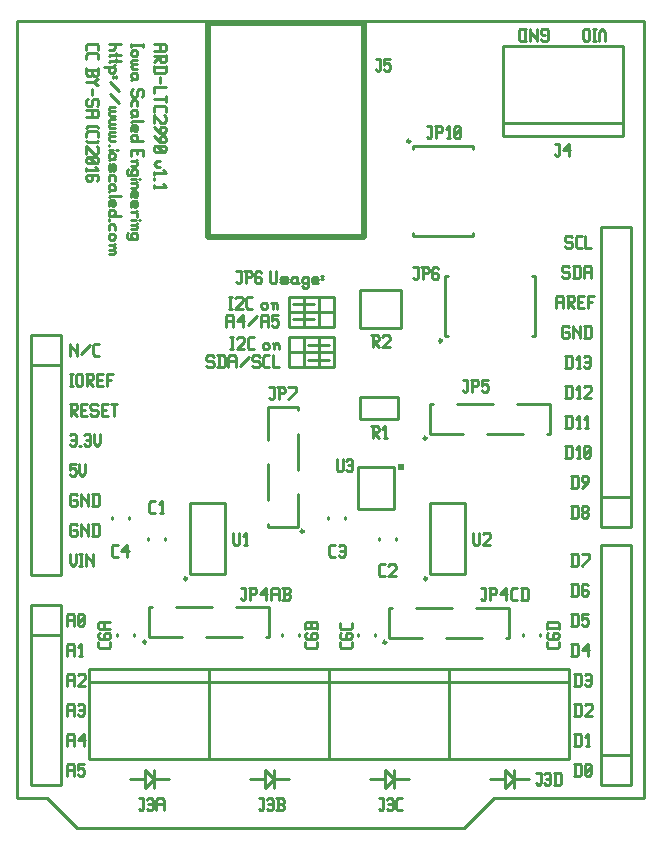
<source format=gbr>
G04 start of page 8 for group -4079 idx -4079 *
G04 Title: (unknown), topsilk *
G04 Creator: pcb 20140316 *
G04 CreationDate: Wed 30 Mar 2016 07:58:56 PM GMT UTC *
G04 For: ndholmes *
G04 Format: Gerber/RS-274X *
G04 PCB-Dimensions (mil): 2100.00 2700.00 *
G04 PCB-Coordinate-Origin: lower left *
%MOIN*%
%FSLAX25Y25*%
%LNTOPSILK*%
%ADD68C,0.0200*%
%ADD67C,0.0100*%
%ADD66C,0.0001*%
G54D66*G36*
X127500Y122000D02*X129500D01*
Y120000D01*
X127500D01*
Y122000D01*
G37*
G54D67*X500Y269500D02*X209500D01*
Y10500D02*X159500D01*
X149500Y500D01*
X20500D02*X10500Y10500D01*
X500D02*X10500D01*
X149500Y500D02*X20500D01*
X209500Y269500D02*Y10500D01*
X123000Y14000D02*X126000Y17000D01*
Y20000D02*Y14000D01*
X118000Y17000D02*X123000D01*
Y20000D02*X126000Y17000D01*
X131000D01*
X123000Y20000D02*Y14000D01*
X83000D02*X86000Y17000D01*
Y20000D02*Y14000D01*
X78000Y17000D02*X83000D01*
Y20000D02*Y14000D01*
Y20000D02*X86000Y17000D01*
X91000D01*
Y164100D02*X106000D01*
X92500Y175100D02*X99500D01*
X92500Y170100D02*X99500D01*
X106000Y164100D02*Y154100D01*
X101000Y164100D02*Y154100D01*
X96000Y164100D02*Y154100D01*
X91000Y164100D02*Y154100D01*
X97500Y161600D02*X104500D01*
X97500Y156600D02*X104500D01*
X43000Y14000D02*X46000Y17000D01*
X43000Y20000D02*X46000Y17000D01*
Y20000D02*Y14000D01*
X38000Y17000D02*X43000D01*
X46000D02*X51000D01*
X43000Y20000D02*Y14000D01*
X163000D02*X166000Y17000D01*
Y20000D02*Y14000D01*
X158000Y17000D02*X163000D01*
Y20000D02*Y14000D01*
Y20000D02*X166000Y17000D01*
X500Y10500D02*Y269500D01*
X166000Y17000D02*X171000D01*
X91000Y167600D02*X106000D01*
Y177600D02*Y167600D01*
X101000Y177600D02*Y167600D01*
X96000Y177600D02*Y167600D01*
X91000Y177600D02*Y167600D01*
X106000Y172600D02*X91000D01*
Y177600D02*X106000D01*
X91000Y154100D02*X106000D01*
Y159100D02*X91000D01*
X17000Y71500D02*Y68000D01*
Y71500D02*X17500Y72000D01*
X19000D01*
X19500Y71500D01*
Y68000D01*
X17000Y70000D02*X19500D01*
X20700Y68500D02*X21200Y68000D01*
X20700Y71500D02*Y68500D01*
Y71500D02*X21200Y72000D01*
X22200D01*
X22700Y71500D01*
Y68500D01*
X22200Y68000D02*X22700Y68500D01*
X21200Y68000D02*X22200D01*
X20700Y69000D02*X22700Y71000D01*
X185500Y72000D02*Y68000D01*
X187000Y72000D02*X187500Y71500D01*
Y68500D01*
X187000Y68000D02*X187500Y68500D01*
X185000Y68000D02*X187000D01*
X185000Y72000D02*X187000D01*
X188700D02*X190700D01*
X188700D02*Y70000D01*
X189200Y70500D01*
X190200D01*
X190700Y70000D01*
Y68500D01*
X190200Y68000D02*X190700Y68500D01*
X189200Y68000D02*X190200D01*
X188700Y68500D02*X189200Y68000D01*
X185500Y82000D02*Y78000D01*
X187000Y82000D02*X187500Y81500D01*
Y78500D01*
X187000Y78000D02*X187500Y78500D01*
X185000Y78000D02*X187000D01*
X185000Y82000D02*X187000D01*
X190200D02*X190700Y81500D01*
X189200Y82000D02*X190200D01*
X188700Y81500D02*X189200Y82000D01*
X188700Y81500D02*Y78500D01*
X189200Y78000D01*
X190200Y80000D02*X190700Y79500D01*
X188700Y80000D02*X190200D01*
X189200Y78000D02*X190200D01*
X190700Y78500D01*
Y79500D02*Y78500D01*
X185500Y92000D02*Y88000D01*
X187000Y92000D02*X187500Y91500D01*
Y88500D01*
X187000Y88000D02*X187500Y88500D01*
X185000Y88000D02*X187000D01*
X185000Y92000D02*X187000D01*
X188700Y88000D02*X191200Y90500D01*
Y92000D02*Y90500D01*
X188700Y92000D02*X191200D01*
X17000Y61500D02*Y58000D01*
Y61500D02*X17500Y62000D01*
X19000D01*
X19500Y61500D01*
Y58000D01*
X17000Y60000D02*X19500D01*
X21200Y58000D02*X22200D01*
X21700Y62000D02*Y58000D01*
X20700Y61000D02*X21700Y62000D01*
X185500D02*Y58000D01*
X187000Y62000D02*X187500Y61500D01*
Y58500D01*
X187000Y58000D02*X187500Y58500D01*
X185000Y58000D02*X187000D01*
X185000Y62000D02*X187000D01*
X188700Y60000D02*X190700Y62000D01*
X188700Y60000D02*X191200D01*
X190700Y62000D02*Y58000D01*
X186500Y52000D02*Y48000D01*
X188000Y52000D02*X188500Y51500D01*
Y48500D01*
X188000Y48000D02*X188500Y48500D01*
X186000Y48000D02*X188000D01*
X186000Y52000D02*X188000D01*
X189700Y51500D02*X190200Y52000D01*
X191200D01*
X191700Y51500D01*
Y48500D01*
X191200Y48000D02*X191700Y48500D01*
X190200Y48000D02*X191200D01*
X189700Y48500D02*X190200Y48000D01*
Y50000D02*X191700D01*
X20000Y112000D02*X20500Y111500D01*
X18500Y112000D02*X20000D01*
X18000Y111500D02*X18500Y112000D01*
X18000Y111500D02*Y108500D01*
X18500Y108000D01*
X20000D01*
X20500Y108500D01*
Y109500D02*Y108500D01*
X20000Y110000D02*X20500Y109500D01*
X19000Y110000D02*X20000D01*
X21700Y112000D02*Y108000D01*
Y112000D02*Y111500D01*
X24200Y109000D01*
Y112000D02*Y108000D01*
X25900Y112000D02*Y108000D01*
X27400Y112000D02*X27900Y111500D01*
Y108500D01*
X27400Y108000D02*X27900Y108500D01*
X25400Y108000D02*X27400D01*
X25400Y112000D02*X27400D01*
X20000Y102000D02*X20500Y101500D01*
X18500Y102000D02*X20000D01*
X18000Y101500D02*X18500Y102000D01*
X18000Y101500D02*Y98500D01*
X18500Y98000D01*
X20000D01*
X20500Y98500D01*
Y99500D02*Y98500D01*
X20000Y100000D02*X20500Y99500D01*
X19000Y100000D02*X20000D01*
X21700Y102000D02*Y98000D01*
Y102000D02*Y101500D01*
X24200Y99000D01*
Y102000D02*Y98000D01*
X25900Y102000D02*Y98000D01*
X27400Y102000D02*X27900Y101500D01*
Y98500D01*
X27400Y98000D02*X27900Y98500D01*
X25400Y98000D02*X27400D01*
X25400Y102000D02*X27400D01*
X18000Y92000D02*Y89000D01*
X19000Y88000D01*
X20000Y89000D01*
Y92000D02*Y89000D01*
X21200Y92000D02*X22200D01*
X21700D02*Y88000D01*
X21200D02*X22200D01*
X23400Y92000D02*Y88000D01*
Y92000D02*Y91500D01*
X25900Y89000D01*
Y92000D02*Y88000D01*
X18000Y162000D02*Y158000D01*
Y162000D02*Y161500D01*
X20500Y159000D01*
Y162000D02*Y158000D01*
X21700Y158500D02*X24700Y161500D01*
X26400Y158000D02*X27900D01*
X25900Y158500D02*X26400Y158000D01*
X25900Y161500D02*Y158500D01*
Y161500D02*X26400Y162000D01*
X27900D01*
X18000Y142000D02*X20000D01*
X20500Y141500D01*
Y140500D01*
X20000Y140000D02*X20500Y140500D01*
X18500Y140000D02*X20000D01*
X18500Y142000D02*Y138000D01*
Y140000D02*X20500Y138000D01*
X21700Y140000D02*X23200D01*
X21700Y138000D02*X23700D01*
X21700Y142000D02*Y138000D01*
Y142000D02*X23700D01*
X26900D02*X27400Y141500D01*
X25400Y142000D02*X26900D01*
X24900Y141500D02*X25400Y142000D01*
X24900Y141500D02*Y140500D01*
X25400Y140000D01*
X26900D01*
X27400Y139500D01*
Y138500D01*
X26900Y138000D02*X27400Y138500D01*
X25400Y138000D02*X26900D01*
X24900Y138500D02*X25400Y138000D01*
X28600Y140000D02*X30100D01*
X28600Y138000D02*X30600D01*
X28600Y142000D02*Y138000D01*
Y142000D02*X30600D01*
X31800D02*X33800D01*
X32800D02*Y138000D01*
X18000Y152000D02*X19000D01*
X18500D02*Y148000D01*
X18000D02*X19000D01*
X20200Y151500D02*Y148500D01*
Y151500D02*X20700Y152000D01*
X21700D01*
X22200Y151500D01*
Y148500D01*
X21700Y148000D02*X22200Y148500D01*
X20700Y148000D02*X21700D01*
X20200Y148500D02*X20700Y148000D01*
X23400Y152000D02*X25400D01*
X25900Y151500D01*
Y150500D01*
X25400Y150000D02*X25900Y150500D01*
X23900Y150000D02*X25400D01*
X23900Y152000D02*Y148000D01*
Y150000D02*X25900Y148000D01*
X27100Y150000D02*X28600D01*
X27100Y148000D02*X29100D01*
X27100Y152000D02*Y148000D01*
Y152000D02*X29100D01*
X30300D02*Y148000D01*
Y152000D02*X32300D01*
X30300Y150000D02*X31800D01*
X18000Y131500D02*X18500Y132000D01*
X19500D01*
X20000Y131500D01*
Y128500D01*
X19500Y128000D02*X20000Y128500D01*
X18500Y128000D02*X19500D01*
X18000Y128500D02*X18500Y128000D01*
Y130000D02*X20000D01*
X21200Y128000D02*X21700D01*
X22900Y131500D02*X23400Y132000D01*
X24400D01*
X24900Y131500D01*
Y128500D01*
X24400Y128000D02*X24900Y128500D01*
X23400Y128000D02*X24400D01*
X22900Y128500D02*X23400Y128000D01*
Y130000D02*X24900D01*
X26100Y132000D02*Y129000D01*
X27100Y128000D01*
X28100Y129000D01*
Y132000D02*Y129000D01*
X18000Y122000D02*X20000D01*
X18000D02*Y120000D01*
X18500Y120500D01*
X19500D01*
X20000Y120000D01*
Y118500D01*
X19500Y118000D02*X20000Y118500D01*
X18500Y118000D02*X19500D01*
X18000Y118500D02*X18500Y118000D01*
X21200Y122000D02*Y119000D01*
X22200Y118000D01*
X23200Y119000D01*
Y122000D02*Y119000D01*
X17000Y51500D02*Y48000D01*
Y51500D02*X17500Y52000D01*
X19000D01*
X19500Y51500D01*
Y48000D01*
X17000Y50000D02*X19500D01*
X20700Y51500D02*X21200Y52000D01*
X22700D01*
X23200Y51500D01*
Y50500D01*
X20700Y48000D02*X23200Y50500D01*
X20700Y48000D02*X23200D01*
X17000Y41500D02*Y38000D01*
Y41500D02*X17500Y42000D01*
X19000D01*
X19500Y41500D01*
Y38000D01*
X17000Y40000D02*X19500D01*
X20700Y41500D02*X21200Y42000D01*
X22200D01*
X22700Y41500D01*
Y38500D01*
X22200Y38000D02*X22700Y38500D01*
X21200Y38000D02*X22200D01*
X20700Y38500D02*X21200Y38000D01*
Y40000D02*X22700D01*
X17000Y31500D02*Y28000D01*
Y31500D02*X17500Y32000D01*
X19000D01*
X19500Y31500D01*
Y28000D01*
X17000Y30000D02*X19500D01*
X20700D02*X22700Y32000D01*
X20700Y30000D02*X23200D01*
X22700Y32000D02*Y28000D01*
X17000Y21500D02*Y18000D01*
Y21500D02*X17500Y22000D01*
X19000D01*
X19500Y21500D01*
Y18000D01*
X17000Y20000D02*X19500D01*
X20700Y22000D02*X22700D01*
X20700D02*Y20000D01*
X21200Y20500D01*
X22200D01*
X22700Y20000D01*
Y18500D01*
X22200Y18000D02*X22700Y18500D01*
X21200Y18000D02*X22200D01*
X20700Y18500D02*X21200Y18000D01*
X185500Y118000D02*Y114000D01*
X187000Y118000D02*X187500Y117500D01*
Y114500D01*
X187000Y114000D02*X187500Y114500D01*
X185000Y114000D02*X187000D01*
X185000Y118000D02*X187000D01*
X188700Y114000D02*X190700Y116000D01*
Y117500D02*Y116000D01*
X190200Y118000D02*X190700Y117500D01*
X189200Y118000D02*X190200D01*
X188700Y117500D02*X189200Y118000D01*
X188700Y117500D02*Y116500D01*
X189200Y116000D01*
X190700D01*
X183500Y128000D02*Y124000D01*
X185000Y128000D02*X185500Y127500D01*
Y124500D01*
X185000Y124000D02*X185500Y124500D01*
X183000Y124000D02*X185000D01*
X183000Y128000D02*X185000D01*
X187200Y124000D02*X188200D01*
X187700Y128000D02*Y124000D01*
X186700Y127000D02*X187700Y128000D01*
X189400Y124500D02*X189900Y124000D01*
X189400Y127500D02*Y124500D01*
Y127500D02*X189900Y128000D01*
X190900D01*
X191400Y127500D01*
Y124500D01*
X190900Y124000D02*X191400Y124500D01*
X189900Y124000D02*X190900D01*
X189400Y125000D02*X191400Y127000D01*
X183500Y138000D02*Y134000D01*
X185000Y138000D02*X185500Y137500D01*
Y134500D01*
X185000Y134000D02*X185500Y134500D01*
X183000Y134000D02*X185000D01*
X183000Y138000D02*X185000D01*
X187200Y134000D02*X188200D01*
X187700Y138000D02*Y134000D01*
X186700Y137000D02*X187700Y138000D01*
X189900Y134000D02*X190900D01*
X190400Y138000D02*Y134000D01*
X189400Y137000D02*X190400Y138000D01*
X183500Y148000D02*Y144000D01*
X185000Y148000D02*X185500Y147500D01*
Y144500D01*
X185000Y144000D02*X185500Y144500D01*
X183000Y144000D02*X185000D01*
X183000Y148000D02*X185000D01*
X187200Y144000D02*X188200D01*
X187700Y148000D02*Y144000D01*
X186700Y147000D02*X187700Y148000D01*
X189400Y147500D02*X189900Y148000D01*
X191400D01*
X191900Y147500D01*
Y146500D01*
X189400Y144000D02*X191900Y146500D01*
X189400Y144000D02*X191900D01*
X183500Y158000D02*Y154000D01*
X185000Y158000D02*X185500Y157500D01*
Y154500D01*
X185000Y154000D02*X185500Y154500D01*
X183000Y154000D02*X185000D01*
X183000Y158000D02*X185000D01*
X187200Y154000D02*X188200D01*
X187700Y158000D02*Y154000D01*
X186700Y157000D02*X187700Y158000D01*
X189400Y157500D02*X189900Y158000D01*
X190900D01*
X191400Y157500D01*
Y154500D01*
X190900Y154000D02*X191400Y154500D01*
X189900Y154000D02*X190900D01*
X189400Y154500D02*X189900Y154000D01*
Y156000D02*X191400D01*
X185500Y108000D02*Y104000D01*
X187000Y108000D02*X187500Y107500D01*
Y104500D01*
X187000Y104000D02*X187500Y104500D01*
X185000Y104000D02*X187000D01*
X185000Y108000D02*X187000D01*
X188700Y104500D02*X189200Y104000D01*
X188700Y105500D02*Y104500D01*
Y105500D02*X189200Y106000D01*
X190200D01*
X190700Y105500D01*
Y104500D01*
X190200Y104000D02*X190700Y104500D01*
X189200Y104000D02*X190200D01*
X188700Y106500D02*X189200Y106000D01*
X188700Y107500D02*Y106500D01*
Y107500D02*X189200Y108000D01*
X190200D01*
X190700Y107500D01*
Y106500D01*
X190200Y106000D02*X190700Y106500D01*
X184000Y168000D02*X184500Y167500D01*
X182500Y168000D02*X184000D01*
X182000Y167500D02*X182500Y168000D01*
X182000Y167500D02*Y164500D01*
X182500Y164000D01*
X184000D01*
X184500Y164500D01*
Y165500D02*Y164500D01*
X184000Y166000D02*X184500Y165500D01*
X183000Y166000D02*X184000D01*
X185700Y168000D02*Y164000D01*
Y168000D02*Y167500D01*
X188200Y165000D01*
Y168000D02*Y164000D01*
X189900Y168000D02*Y164000D01*
X191400Y168000D02*X191900Y167500D01*
Y164500D01*
X191400Y164000D02*X191900Y164500D01*
X189400Y164000D02*X191400D01*
X189400Y168000D02*X191400D01*
X180000Y177500D02*Y174000D01*
Y177500D02*X180500Y178000D01*
X182000D01*
X182500Y177500D01*
Y174000D01*
X180000Y176000D02*X182500D01*
X183700Y178000D02*X185700D01*
X186200Y177500D01*
Y176500D01*
X185700Y176000D02*X186200Y176500D01*
X184200Y176000D02*X185700D01*
X184200Y178000D02*Y174000D01*
Y176000D02*X186200Y174000D01*
X187400Y176000D02*X188900D01*
X187400Y174000D02*X189400D01*
X187400Y178000D02*Y174000D01*
Y178000D02*X189400D01*
X190600D02*Y174000D01*
Y178000D02*X192600D01*
X190600Y176000D02*X192100D01*
X185000Y198000D02*X185500Y197500D01*
X183500Y198000D02*X185000D01*
X183000Y197500D02*X183500Y198000D01*
X183000Y197500D02*Y196500D01*
X183500Y196000D01*
X185000D01*
X185500Y195500D01*
Y194500D01*
X185000Y194000D02*X185500Y194500D01*
X183500Y194000D02*X185000D01*
X183000Y194500D02*X183500Y194000D01*
X187200D02*X188700D01*
X186700Y194500D02*X187200Y194000D01*
X186700Y197500D02*Y194500D01*
Y197500D02*X187200Y198000D01*
X188700D01*
X189900D02*Y194000D01*
X191900D01*
X175500Y263000D02*X175000Y263500D01*
X175500Y263000D02*X177000D01*
X177500Y263500D02*X177000Y263000D01*
X177500Y266500D02*Y263500D01*
Y266500D02*X177000Y267000D01*
X175500D02*X177000D01*
X175500D02*X175000Y266500D01*
Y265500D01*
X175500Y265000D02*X175000Y265500D01*
X175500Y265000D02*X176500D01*
X173800Y267000D02*Y263000D01*
Y263500D02*Y263000D01*
Y263500D02*X171300Y266000D01*
Y267000D02*Y263000D01*
X169600Y267000D02*Y263000D01*
X168100D02*X167600Y263500D01*
Y266500D02*Y263500D01*
X168100Y267000D02*X167600Y266500D01*
X168100Y267000D02*X170100D01*
X168100Y263000D02*X170100D01*
X196500Y266000D02*Y263000D01*
Y266000D02*X195500Y267000D01*
X194500Y266000D01*
Y263000D01*
X192300D02*X193300D01*
X192800Y267000D02*Y263000D01*
X192300Y267000D02*X193300D01*
X191100Y266500D02*Y263500D01*
X190600Y263000D01*
X189600D02*X190600D01*
X189600D02*X189100Y263500D01*
Y266500D02*Y263500D01*
X189600Y267000D02*X189100Y266500D01*
X189600Y267000D02*X190600D01*
X191100Y266500D02*X190600Y267000D01*
X184000Y188000D02*X184500Y187500D01*
X182500Y188000D02*X184000D01*
X182000Y187500D02*X182500Y188000D01*
X182000Y187500D02*Y186500D01*
X182500Y186000D01*
X184000D01*
X184500Y185500D01*
Y184500D01*
X184000Y184000D02*X184500Y184500D01*
X182500Y184000D02*X184000D01*
X182000Y184500D02*X182500Y184000D01*
X186200Y188000D02*Y184000D01*
X187700Y188000D02*X188200Y187500D01*
Y184500D01*
X187700Y184000D02*X188200Y184500D01*
X185700Y184000D02*X187700D01*
X185700Y188000D02*X187700D01*
X189400Y187500D02*Y184000D01*
Y187500D02*X189900Y188000D01*
X191400D01*
X191900Y187500D01*
Y184000D01*
X189400Y186000D02*X191900D01*
X186500Y42000D02*Y38000D01*
X188000Y42000D02*X188500Y41500D01*
Y38500D01*
X188000Y38000D02*X188500Y38500D01*
X186000Y38000D02*X188000D01*
X186000Y42000D02*X188000D01*
X189700Y41500D02*X190200Y42000D01*
X191700D01*
X192200Y41500D01*
Y40500D01*
X189700Y38000D02*X192200Y40500D01*
X189700Y38000D02*X192200D01*
X186500Y22000D02*Y18000D01*
X188000Y22000D02*X188500Y21500D01*
Y18500D01*
X188000Y18000D02*X188500Y18500D01*
X186000Y18000D02*X188000D01*
X186000Y22000D02*X188000D01*
X189700Y18500D02*X190200Y18000D01*
X189700Y21500D02*Y18500D01*
Y21500D02*X190200Y22000D01*
X191200D01*
X191700Y21500D01*
Y18500D01*
X191200Y18000D02*X191700Y18500D01*
X190200Y18000D02*X191200D01*
X189700Y19000D02*X191700Y21000D01*
X186500Y32000D02*Y28000D01*
X188000Y32000D02*X188500Y31500D01*
Y28500D01*
X188000Y28000D02*X188500Y28500D01*
X186000Y28000D02*X188000D01*
X186000Y32000D02*X188000D01*
X190200Y28000D02*X191200D01*
X190700Y32000D02*Y28000D01*
X189700Y31000D02*X190700Y32000D01*
X71000Y177600D02*X72000D01*
X71500D02*Y173600D01*
X71000D02*X72000D01*
X73200Y177100D02*X73700Y177600D01*
X75200D01*
X75700Y177100D01*
Y176100D01*
X73200Y173600D02*X75700Y176100D01*
X73200Y173600D02*X75700D01*
X77400D02*X78900D01*
X76900Y174100D02*X77400Y173600D01*
X76900Y177100D02*Y174100D01*
Y177100D02*X77400Y177600D01*
X78900D01*
X81900Y175100D02*Y174100D01*
Y175100D02*X82400Y175600D01*
X83400D01*
X83900Y175100D01*
Y174100D01*
X83400Y173600D02*X83900Y174100D01*
X82400Y173600D02*X83400D01*
X81900Y174100D02*X82400Y173600D01*
X85600Y175100D02*Y173600D01*
Y175100D02*X86100Y175600D01*
X86600D01*
X87100Y175100D01*
Y173600D01*
X85100Y175600D02*X85600Y175100D01*
X70000Y171100D02*Y167600D01*
Y171100D02*X70500Y171600D01*
X72000D01*
X72500Y171100D01*
Y167600D01*
X70000Y169600D02*X72500D01*
X73700D02*X75700Y171600D01*
X73700Y169600D02*X76200D01*
X75700Y171600D02*Y167600D01*
X77400Y168100D02*X80400Y171100D01*
X81600D02*Y167600D01*
Y171100D02*X82100Y171600D01*
X83600D01*
X84100Y171100D01*
Y167600D01*
X81600Y169600D02*X84100D01*
X85300Y171600D02*X87300D01*
X85300D02*Y169600D01*
X85800Y170100D01*
X86800D01*
X87300Y169600D01*
Y168100D01*
X86800Y167600D02*X87300Y168100D01*
X85800Y167600D02*X86800D01*
X85300Y168100D02*X85800Y167600D01*
X71500Y164100D02*X72500D01*
X72000D02*Y160100D01*
X71500D02*X72500D01*
X73700Y163600D02*X74200Y164100D01*
X75700D01*
X76200Y163600D01*
Y162600D01*
X73700Y160100D02*X76200Y162600D01*
X73700Y160100D02*X76200D01*
X77900D02*X79400D01*
X77400Y160600D02*X77900Y160100D01*
X77400Y163600D02*Y160600D01*
Y163600D02*X77900Y164100D01*
X79400D01*
X82400Y161600D02*Y160600D01*
Y161600D02*X82900Y162100D01*
X83900D01*
X84400Y161600D01*
Y160600D01*
X83900Y160100D02*X84400Y160600D01*
X82900Y160100D02*X83900D01*
X82400Y160600D02*X82900Y160100D01*
X86100Y161600D02*Y160100D01*
Y161600D02*X86600Y162100D01*
X87100D01*
X87600Y161600D01*
Y160100D01*
X85600Y162100D02*X86100Y161600D01*
X65500Y158100D02*X66000Y157600D01*
X64000Y158100D02*X65500D01*
X63500Y157600D02*X64000Y158100D01*
X63500Y157600D02*Y156600D01*
X64000Y156100D01*
X65500D01*
X66000Y155600D01*
Y154600D01*
X65500Y154100D02*X66000Y154600D01*
X64000Y154100D02*X65500D01*
X63500Y154600D02*X64000Y154100D01*
X67700Y158100D02*Y154100D01*
X69200Y158100D02*X69700Y157600D01*
Y154600D01*
X69200Y154100D02*X69700Y154600D01*
X67200Y154100D02*X69200D01*
X67200Y158100D02*X69200D01*
X70900Y157600D02*Y154100D01*
Y157600D02*X71400Y158100D01*
X72900D01*
X73400Y157600D01*
Y154100D01*
X70900Y156100D02*X73400D01*
X74600Y154600D02*X77600Y157600D01*
X80800Y158100D02*X81300Y157600D01*
X79300Y158100D02*X80800D01*
X78800Y157600D02*X79300Y158100D01*
X78800Y157600D02*Y156600D01*
X79300Y156100D01*
X80800D01*
X81300Y155600D01*
Y154600D01*
X80800Y154100D02*X81300Y154600D01*
X79300Y154100D02*X80800D01*
X78800Y154600D02*X79300Y154100D01*
X83000D02*X84500D01*
X82500Y154600D02*X83000Y154100D01*
X82500Y157600D02*Y154600D01*
Y157600D02*X83000Y158100D01*
X84500D01*
X85700D02*Y154100D01*
X87700D01*
X73500Y186100D02*X75000D01*
Y182600D01*
X74500Y182100D02*X75000Y182600D01*
X74000Y182100D02*X74500D01*
X73500Y182600D02*X74000Y182100D01*
X76700Y186100D02*Y182100D01*
X76200Y186100D02*X78200D01*
X78700Y185600D01*
Y184600D01*
X78200Y184100D02*X78700Y184600D01*
X76700Y184100D02*X78200D01*
X81400Y186100D02*X81900Y185600D01*
X80400Y186100D02*X81400D01*
X79900Y185600D02*X80400Y186100D01*
X79900Y185600D02*Y182600D01*
X80400Y182100D01*
X81400Y184100D02*X81900Y183600D01*
X79900Y184100D02*X81400D01*
X80400Y182100D02*X81400D01*
X81900Y182600D01*
Y183600D02*Y182600D01*
X84900Y186100D02*Y182600D01*
X85400Y182100D01*
X86400D01*
X86900Y182600D01*
Y186100D02*Y182600D01*
X88600Y182100D02*X90100D01*
X90600Y182600D01*
X90100Y183100D02*X90600Y182600D01*
X88600Y183100D02*X90100D01*
X88100Y183600D02*X88600Y183100D01*
X88100Y183600D02*X88600Y184100D01*
X90100D01*
X90600Y183600D01*
X88100Y182600D02*X88600Y182100D01*
X93300Y184100D02*X93800Y183600D01*
X92300Y184100D02*X93300D01*
X91800Y183600D02*X92300Y184100D01*
X91800Y183600D02*Y182600D01*
X92300Y182100D01*
X93800Y184100D02*Y182600D01*
X94300Y182100D01*
X92300D02*X93300D01*
X93800Y182600D01*
X97000Y184100D02*X97500Y183600D01*
X96000Y184100D02*X97000D01*
X95500Y183600D02*X96000Y184100D01*
X95500Y183600D02*Y182600D01*
X96000Y182100D01*
X97000D01*
X97500Y182600D01*
X95500Y181100D02*X96000Y180600D01*
X97000D01*
X97500Y181100D01*
Y184100D02*Y181100D01*
X99200Y182100D02*X100700D01*
X98700Y182600D02*X99200Y182100D01*
X98700Y183600D02*Y182600D01*
Y183600D02*X99200Y184100D01*
X100200D01*
X100700Y183600D01*
X98700Y183100D02*X100700D01*
Y183600D02*Y183100D01*
X101900Y184600D02*X102400D01*
X101900Y183600D02*X102400D01*
X46000Y262000D02*X49500D01*
X50000Y261500D01*
Y260000D01*
X49500Y259500D01*
X46000D02*X49500D01*
X48000Y262000D02*Y259500D01*
X50000Y258300D02*Y256300D01*
X49500Y255800D01*
X48500D02*X49500D01*
X48000Y256300D02*X48500Y255800D01*
X48000Y257800D02*Y256300D01*
X46000Y257800D02*X50000D01*
X48000D02*X46000Y255800D01*
Y254100D02*X50000D01*
Y252600D02*X49500Y252100D01*
X46500D02*X49500D01*
X46000Y252600D02*X46500Y252100D01*
X46000Y254600D02*Y252600D01*
X50000Y254600D02*Y252600D01*
X48000Y250900D02*Y248900D01*
X46000Y247700D02*X50000D01*
X46000D02*Y245700D01*
X50000Y244500D02*Y242500D01*
X46000Y243500D02*X50000D01*
X46000Y240800D02*Y239300D01*
X46500Y241300D02*X46000Y240800D01*
X46500Y241300D02*X49500D01*
X50000Y240800D01*
Y239300D01*
X49500Y238100D02*X50000Y237600D01*
Y236100D01*
X49500Y235600D01*
X48500D02*X49500D01*
X46000Y238100D02*X48500Y235600D01*
X46000Y238100D02*Y235600D01*
Y234400D02*X48000Y232400D01*
X49500D01*
X50000Y232900D02*X49500Y232400D01*
X50000Y233900D02*Y232900D01*
X49500Y234400D02*X50000Y233900D01*
X48500Y234400D02*X49500D01*
X48500D02*X48000Y233900D01*
Y232400D01*
X46000Y231200D02*X48000Y229200D01*
X49500D01*
X50000Y229700D02*X49500Y229200D01*
X50000Y230700D02*Y229700D01*
X49500Y231200D02*X50000Y230700D01*
X48500Y231200D02*X49500D01*
X48500D02*X48000Y230700D01*
Y229200D01*
X46500Y228000D02*X46000Y227500D01*
X46500Y228000D02*X49500D01*
X50000Y227500D01*
Y226500D01*
X49500Y226000D01*
X46500D02*X49500D01*
X46000Y226500D02*X46500Y226000D01*
X46000Y227500D02*Y226500D01*
X47000Y228000D02*X49000Y226000D01*
X47000Y223000D02*X48000D01*
X47000D02*X46000Y222000D01*
X47000Y221000D01*
X48000D01*
X46000Y219300D02*Y218300D01*
Y218800D02*X50000D01*
X49000Y219800D02*X50000Y218800D01*
X46000Y217100D02*Y216600D01*
Y214900D02*Y213900D01*
Y214400D02*X50000D01*
X49000Y215400D02*X50000Y214400D01*
X42500Y262000D02*Y261000D01*
X38500Y261500D02*X42500D01*
X38500Y262000D02*Y261000D01*
X39000Y259800D02*X40000D01*
X40500Y259300D01*
Y258300D01*
X40000Y257800D01*
X39000D02*X40000D01*
X38500Y258300D02*X39000Y257800D01*
X38500Y259300D02*Y258300D01*
X39000Y259800D02*X38500Y259300D01*
X39000Y256600D02*X40500D01*
X39000D02*X38500Y256100D01*
Y255600D01*
X39000Y255100D01*
X40500D01*
X39000D02*X38500Y254600D01*
Y254100D01*
X39000Y253600D01*
X40500D01*
Y250900D02*X40000Y250400D01*
X40500Y251900D02*Y250900D01*
X40000Y252400D02*X40500Y251900D01*
X39000Y252400D02*X40000D01*
X39000D02*X38500Y251900D01*
X39000Y250400D02*X40500D01*
X39000D02*X38500Y249900D01*
Y251900D02*Y250900D01*
X39000Y250400D01*
X42500Y244900D02*X42000Y244400D01*
X42500Y246400D02*Y244900D01*
X42000Y246900D02*X42500Y246400D01*
X41000Y246900D02*X42000D01*
X41000D02*X40500Y246400D01*
Y244900D01*
X40000Y244400D01*
X39000D02*X40000D01*
X38500Y244900D02*X39000Y244400D01*
X38500Y246400D02*Y244900D01*
X39000Y246900D02*X38500Y246400D01*
X40500Y242700D02*Y241200D01*
X40000Y243200D02*X40500Y242700D01*
X39000Y243200D02*X40000D01*
X39000D02*X38500Y242700D01*
Y241200D01*
X40500Y238500D02*X40000Y238000D01*
X40500Y239500D02*Y238500D01*
X40000Y240000D02*X40500Y239500D01*
X39000Y240000D02*X40000D01*
X39000D02*X38500Y239500D01*
X39000Y238000D02*X40500D01*
X39000D02*X38500Y237500D01*
Y239500D02*Y238500D01*
X39000Y238000D01*
Y236300D02*X42500D01*
X39000D02*X38500Y235800D01*
Y234300D02*Y232800D01*
X39000Y234800D02*X38500Y234300D01*
X39000Y234800D02*X40000D01*
X40500Y234300D01*
Y233300D01*
X40000Y232800D01*
X39500Y234800D02*Y232800D01*
X40000D01*
X38500Y229600D02*X42500D01*
X38500Y230100D02*X39000Y229600D01*
X38500Y231100D02*Y230100D01*
X39000Y231600D02*X38500Y231100D01*
X39000Y231600D02*X40000D01*
X40500Y231100D01*
Y230100D01*
X40000Y229600D01*
X40500Y226600D02*Y225100D01*
X38500Y226600D02*Y224600D01*
Y226600D02*X42500D01*
Y224600D01*
X38500Y222900D02*X40000D01*
X40500Y222400D01*
Y221900D01*
X40000Y221400D01*
X38500D02*X40000D01*
X40500Y223400D02*X40000Y222900D01*
X40500Y218700D02*X40000Y218200D01*
X40500Y219700D02*Y218700D01*
X40000Y220200D02*X40500Y219700D01*
X39000Y220200D02*X40000D01*
X39000D02*X38500Y219700D01*
Y218700D01*
X39000Y218200D01*
X37500Y220200D02*X37000Y219700D01*
Y218700D01*
X37500Y218200D01*
X40500D01*
X41000Y217000D02*X41500D01*
X38500D02*X40000D01*
X38500Y215500D02*X40000D01*
X40500Y215000D01*
Y214500D01*
X40000Y214000D01*
X38500D02*X40000D01*
X40500Y216000D02*X40000Y215500D01*
X38500Y212300D02*Y210800D01*
X39000Y212800D02*X38500Y212300D01*
X39000Y212800D02*X40000D01*
X40500Y212300D01*
Y211300D01*
X40000Y210800D01*
X39500Y212800D02*Y210800D01*
X40000D01*
X38500Y209100D02*Y207600D01*
X39000Y209600D02*X38500Y209100D01*
X39000Y209600D02*X40000D01*
X40500Y209100D01*
Y208100D01*
X40000Y207600D01*
X39500Y209600D02*Y207600D01*
X40000D01*
X38500Y205900D02*X40000D01*
X40500Y205400D01*
Y204400D01*
Y206400D02*X40000Y205900D01*
X41000Y203200D02*X41500D01*
X38500D02*X40000D01*
X38500Y201700D02*X40000D01*
X40500Y201200D01*
Y200700D01*
X40000Y200200D01*
X38500D02*X40000D01*
X40500Y202200D02*X40000Y201700D01*
X40500Y197500D02*X40000Y197000D01*
X40500Y198500D02*Y197500D01*
X40000Y199000D02*X40500Y198500D01*
X39000Y199000D02*X40000D01*
X39000D02*X38500Y198500D01*
Y197500D01*
X39000Y197000D01*
X37500Y199000D02*X37000Y198500D01*
Y197500D01*
X37500Y197000D01*
X40500D01*
X31000Y262000D02*X35000D01*
X32500D02*X33000Y261500D01*
Y260500D01*
X32500Y260000D01*
X31000D02*X32500D01*
X31500Y258300D02*X35000D01*
X31500D02*X31000Y257800D01*
X33500Y258800D02*Y257800D01*
X31500Y256300D02*X35000D01*
X31500D02*X31000Y255800D01*
X33500Y256800D02*Y255800D01*
X29500Y254300D02*X32500D01*
X33000Y254800D02*X32500Y254300D01*
X33000Y253800D01*
Y252800D01*
X32500Y252300D01*
X31500D02*X32500D01*
X31000Y252800D02*X31500Y252300D01*
X31000Y253800D02*Y252800D01*
X31500Y254300D02*X31000Y253800D01*
X33500Y251100D02*Y250600D01*
X32500Y251100D02*Y250600D01*
X31500Y249400D02*X34500Y246400D01*
X31500Y245200D02*X34500Y242200D01*
X31500Y241000D02*X33000D01*
X31500D02*X31000Y240500D01*
Y240000D01*
X31500Y239500D01*
X33000D01*
X31500D02*X31000Y239000D01*
Y238500D01*
X31500Y238000D01*
X33000D01*
X31500Y236800D02*X33000D01*
X31500D02*X31000Y236300D01*
Y235800D01*
X31500Y235300D01*
X33000D01*
X31500D02*X31000Y234800D01*
Y234300D01*
X31500Y233800D01*
X33000D01*
X31500Y232600D02*X33000D01*
X31500D02*X31000Y232100D01*
Y231600D01*
X31500Y231100D01*
X33000D01*
X31500D02*X31000Y230600D01*
Y230100D01*
X31500Y229600D01*
X33000D01*
X31000Y228400D02*Y227900D01*
X33500Y226700D02*X34000D01*
X31000D02*X32500D01*
X33000Y224200D02*X32500Y223700D01*
X33000Y225200D02*Y224200D01*
X32500Y225700D02*X33000Y225200D01*
X31500Y225700D02*X32500D01*
X31500D02*X31000Y225200D01*
X31500Y223700D02*X33000D01*
X31500D02*X31000Y223200D01*
Y225200D02*Y224200D01*
X31500Y223700D01*
X31000Y221500D02*Y220000D01*
X31500Y219500D01*
X32000Y220000D02*X31500Y219500D01*
X32000Y221500D02*Y220000D01*
X32500Y222000D02*X32000Y221500D01*
X32500Y222000D02*X33000Y221500D01*
Y220000D01*
X32500Y219500D01*
X31500Y222000D02*X31000Y221500D01*
X33000Y217800D02*Y216300D01*
X32500Y218300D02*X33000Y217800D01*
X31500Y218300D02*X32500D01*
X31500D02*X31000Y217800D01*
Y216300D01*
X33000Y213600D02*X32500Y213100D01*
X33000Y214600D02*Y213600D01*
X32500Y215100D02*X33000Y214600D01*
X31500Y215100D02*X32500D01*
X31500D02*X31000Y214600D01*
X31500Y213100D02*X33000D01*
X31500D02*X31000Y212600D01*
Y214600D02*Y213600D01*
X31500Y213100D01*
Y211400D02*X35000D01*
X31500D02*X31000Y210900D01*
Y209400D02*Y207900D01*
X31500Y209900D02*X31000Y209400D01*
X31500Y209900D02*X32500D01*
X33000Y209400D01*
Y208400D01*
X32500Y207900D01*
X32000Y209900D02*Y207900D01*
X32500D01*
X31000Y204700D02*X35000D01*
X31000Y205200D02*X31500Y204700D01*
X31000Y206200D02*Y205200D01*
X31500Y206700D02*X31000Y206200D01*
X31500Y206700D02*X32500D01*
X33000Y206200D01*
Y205200D01*
X32500Y204700D01*
X31000Y203500D02*Y203000D01*
X33000Y201300D02*Y199800D01*
X32500Y201800D02*X33000Y201300D01*
X31500Y201800D02*X32500D01*
X31500D02*X31000Y201300D01*
Y199800D01*
X31500Y198600D02*X32500D01*
X33000Y198100D01*
Y197100D01*
X32500Y196600D01*
X31500D02*X32500D01*
X31000Y197100D02*X31500Y196600D01*
X31000Y198100D02*Y197100D01*
X31500Y198600D02*X31000Y198100D01*
Y194900D02*X32500D01*
X33000Y194400D01*
Y193900D01*
X32500Y193400D01*
X31000D02*X32500D01*
X33000Y192900D01*
Y192400D01*
X32500Y191900D01*
X31000D02*X32500D01*
X33000Y195400D02*X32500Y194900D01*
X23500Y261500D02*Y260000D01*
X24000Y262000D02*X23500Y261500D01*
X24000Y262000D02*X27000D01*
X27500Y261500D01*
Y260000D01*
X23500Y258300D02*Y256800D01*
X24000Y258800D02*X23500Y258300D01*
X24000Y258800D02*X27000D01*
X27500Y258300D01*
Y256800D01*
X23500Y253800D02*Y251800D01*
X24000Y251300D01*
X25000D01*
X25500Y251800D02*X25000Y251300D01*
X25500Y253300D02*Y251800D01*
X23500Y253300D02*X27500D01*
Y253800D02*Y251800D01*
X27000Y251300D01*
X26000D02*X27000D01*
X25500Y251800D02*X26000Y251300D01*
X27000Y250100D02*X27500D01*
X27000D02*X26000Y249100D01*
X27000Y248100D01*
X27500D01*
X23500Y249100D02*X26000D01*
X25500Y246900D02*Y244900D01*
X27500Y241700D02*X27000Y241200D01*
X27500Y243200D02*Y241700D01*
X27000Y243700D02*X27500Y243200D01*
X26000Y243700D02*X27000D01*
X26000D02*X25500Y243200D01*
Y241700D01*
X25000Y241200D01*
X24000D02*X25000D01*
X23500Y241700D02*X24000Y241200D01*
X23500Y243200D02*Y241700D01*
X24000Y243700D02*X23500Y243200D01*
Y240000D02*X27000D01*
X27500Y239500D01*
Y238000D01*
X27000Y237500D01*
X23500D02*X27000D01*
X25500Y240000D02*Y237500D01*
X24000Y234500D02*X23500Y234000D01*
X27000Y234500D02*X27500Y234000D01*
X24000Y234500D02*X27000D01*
X23500Y232300D02*Y230800D01*
X24000Y232800D02*X23500Y232300D01*
X24000Y232800D02*X27000D01*
X27500Y232300D01*
Y230800D01*
Y229600D02*X27000Y229100D01*
X24000D02*X27000D01*
X23500Y229600D02*X24000Y229100D01*
X27000Y227900D02*X27500Y227400D01*
Y225900D01*
X27000Y225400D01*
X26000D02*X27000D01*
X23500Y227900D02*X26000Y225400D01*
X23500Y227900D02*Y225400D01*
X24000Y224200D02*X23500Y223700D01*
X24000Y224200D02*X27000D01*
X27500Y223700D01*
Y222700D01*
X27000Y222200D01*
X24000D02*X27000D01*
X23500Y222700D02*X24000Y222200D01*
X23500Y223700D02*Y222700D01*
X24500Y224200D02*X26500Y222200D01*
X23500Y220500D02*Y219500D01*
Y220000D02*X27500D01*
X26500Y221000D02*X27500Y220000D01*
Y216800D02*X27000Y216300D01*
X27500Y217800D02*Y216800D01*
X27000Y218300D02*X27500Y217800D01*
X24000Y218300D02*X27000D01*
X24000D02*X23500Y217800D01*
X25500Y216800D02*X25000Y216300D01*
X25500Y218300D02*Y216800D01*
X23500Y217800D02*Y216800D01*
X24000Y216300D01*
X25000D01*
X5000Y165000D02*Y85000D01*
X15000D01*
Y165000D01*
X5000D01*
Y155000D02*X15000D01*
Y165000D01*
X5000Y75000D02*Y15000D01*
X15000D01*
Y75000D01*
X5000D01*
Y65000D02*X15000D01*
Y75000D01*
X32245Y104393D02*Y103607D01*
X37755Y104393D02*Y103607D01*
X33745Y65393D02*Y64607D01*
X39255Y65393D02*Y64607D01*
X49755Y97393D02*Y96607D01*
X44245Y97393D02*Y96607D01*
G54D68*X64000Y269000D02*Y197700D01*
X116000Y269000D02*Y197700D01*
X64000D02*X116000D01*
Y269000D02*X64000Y269020D01*
G54D67*X44500Y74086D02*Y64086D01*
X84500Y74086D02*Y64086D01*
X44500Y74086D02*X45500D01*
X53500D02*X65500D01*
X73500D02*X84500D01*
X83500Y64086D02*X84500D01*
X63500D02*X75500D01*
X44500D02*X55500D01*
X43000Y62086D02*G75*G03X43000Y62086I0J500D01*G01*
X58094Y108811D02*Y85189D01*
Y108811D02*X69906D01*
Y85189D01*
X58094D02*X69906D01*
X56594Y83189D02*G75*G03X56594Y83189I0J500D01*G01*
X138000Y142000D02*Y132000D01*
X178000Y142000D02*Y132000D01*
X138000Y142000D02*X139000D01*
X147000D02*X159000D01*
X167000D02*X178000D01*
X177000Y132000D02*X178000D01*
X157000D02*X169000D01*
X138000D02*X149000D01*
X136500Y130000D02*G75*G03X136500Y130000I0J500D01*G01*
X143000Y184500D02*Y164500D01*
X173000Y184500D02*Y164500D01*
X143000Y184500D02*X144000D01*
X172000D02*X173000D01*
X172000Y164500D02*X173000D01*
X143000D02*X144000D01*
X141500Y162500D02*G75*G03X141500Y162500I0J500D01*G01*
X114610Y179799D02*Y167201D01*
Y179799D02*X128390D01*
Y167201D01*
X114610D02*X128390D01*
X114701Y144241D02*X127299D01*
Y136759D01*
X114701D01*
Y144241D01*
X162400Y261200D02*X202400D01*
X162400Y231200D02*X202400D01*
X162400Y235600D02*X202400D01*
Y261200D02*Y231200D01*
X162400Y261200D02*Y231200D01*
X132500Y228000D02*X152500D01*
Y198000D02*X132500D01*
X152500Y228000D02*Y227000D01*
Y198000D02*Y199000D01*
X132500Y198000D02*Y199000D01*
Y228000D02*Y227000D01*
X130500Y229500D02*G75*G03X130500Y229500I500J0D01*G01*
X88745Y65393D02*Y64607D01*
X94255Y65393D02*Y64607D01*
X114245Y65393D02*Y64607D01*
X119755Y65393D02*Y64607D01*
X126000Y120900D02*Y107000D01*
X114200Y120900D02*X126000D01*
X114200D02*Y107000D01*
X126000D01*
X104245Y104393D02*Y103607D01*
X109755Y104393D02*Y103607D01*
X126755Y97393D02*Y96607D01*
X121245Y97393D02*Y96607D01*
X84000Y101000D02*X94000D01*
X84000Y141000D02*X94000D01*
X84000Y102000D02*Y101000D01*
Y122000D02*Y110000D01*
Y141000D02*Y130000D01*
X94000Y141000D02*Y140000D01*
Y132000D02*Y120000D01*
Y112000D02*Y101000D01*
X96000Y99500D02*G75*G03X96000Y99500I-500J0D01*G01*
X104500Y23700D02*X144500D01*
X104500Y53700D02*X144500D01*
X104500Y49300D02*X144500D01*
X104500Y53700D02*Y23700D01*
X144500Y53700D02*Y23700D01*
X64500D02*X104500D01*
X64500Y53700D02*X104500D01*
X64500Y49300D02*X104500D01*
X64500Y53700D02*Y23700D01*
X104500Y53700D02*Y23700D01*
X24500D02*X64500D01*
X24500Y53700D02*X64500D01*
X24500Y49300D02*X64500D01*
X24500Y53700D02*Y23700D01*
X64500Y53700D02*Y23700D01*
X205000Y95000D02*Y15000D01*
X195000Y95000D02*X205000D01*
X195000D02*Y15000D01*
X205000D01*
X195000Y25000D02*X205000D01*
X195000D02*Y15000D01*
X205000Y201000D02*Y101000D01*
X195000Y201000D02*X205000D01*
X195000D02*Y101000D01*
X205000D01*
X195000Y111000D02*X205000D01*
X195000D02*Y101000D01*
X169245Y65393D02*Y64607D01*
X174755Y65393D02*Y64607D01*
X144500Y23700D02*X184500D01*
X144500Y53700D02*X184500D01*
X144500Y49300D02*X184500D01*
X144500Y53700D02*Y23700D01*
X184500Y53700D02*Y23700D01*
X124500Y74000D02*Y64000D01*
X164500Y74000D02*Y64000D01*
X124500Y74000D02*X125500D01*
X133500D02*X145500D01*
X153500D02*X164500D01*
X163500Y64000D02*X164500D01*
X143500D02*X155500D01*
X124500D02*X135500D01*
X123000Y62000D02*G75*G03X123000Y62000I0J500D01*G01*
X138094Y108811D02*Y85189D01*
Y108811D02*X149906D01*
Y85189D01*
X138094D02*X149906D01*
X136594Y83189D02*G75*G03X136594Y83189I0J500D01*G01*
X32500Y91000D02*X34000D01*
X32000Y91500D02*X32500Y91000D01*
X32000Y94500D02*Y91500D01*
Y94500D02*X32500Y95000D01*
X34000D01*
X35200Y93000D02*X37200Y95000D01*
X35200Y93000D02*X37700D01*
X37200Y95000D02*Y91000D01*
X31500Y62500D02*Y61000D01*
X31000Y60500D02*X31500Y61000D01*
X28000Y60500D02*X31000D01*
X28000D02*X27500Y61000D01*
Y62500D02*Y61000D01*
Y65200D02*X28000Y65700D01*
X27500Y65200D02*Y64200D01*
X28000Y63700D02*X27500Y64200D01*
X28000Y63700D02*X31000D01*
X31500Y64200D01*
X29500Y65200D02*X30000Y65700D01*
X29500Y65200D02*Y63700D01*
X31500Y65200D02*Y64200D01*
Y65200D02*X31000Y65700D01*
X30000D02*X31000D01*
X28000Y66900D02*X31500D01*
X28000D02*X27500Y67400D01*
Y68900D02*Y67400D01*
Y68900D02*X28000Y69400D01*
X31500D01*
X29500D02*Y66900D01*
X173500Y19000D02*X175000D01*
Y15500D01*
X174500Y15000D02*X175000Y15500D01*
X174000Y15000D02*X174500D01*
X173500Y15500D02*X174000Y15000D01*
X176200Y18500D02*X176700Y19000D01*
X177700D01*
X178200Y18500D01*
Y15500D01*
X177700Y15000D02*X178200Y15500D01*
X176700Y15000D02*X177700D01*
X176200Y15500D02*X176700Y15000D01*
Y17000D02*X178200D01*
X179900Y19000D02*Y15000D01*
X181400Y19000D02*X181900Y18500D01*
Y15500D01*
X181400Y15000D02*X181900Y15500D01*
X179400Y15000D02*X181400D01*
X179400Y19000D02*X181400D01*
X100500Y62500D02*Y61000D01*
X100000Y60500D02*X100500Y61000D01*
X97000Y60500D02*X100000D01*
X97000D02*X96500Y61000D01*
Y62500D02*Y61000D01*
Y65200D02*X97000Y65700D01*
X96500Y65200D02*Y64200D01*
X97000Y63700D02*X96500Y64200D01*
X97000Y63700D02*X100000D01*
X100500Y64200D01*
X98500Y65200D02*X99000Y65700D01*
X98500Y65200D02*Y63700D01*
X100500Y65200D02*Y64200D01*
Y65200D02*X100000Y65700D01*
X99000D02*X100000D01*
X100500Y68900D02*Y66900D01*
Y68900D02*X100000Y69400D01*
X99000D02*X100000D01*
X98500Y68900D02*X99000Y69400D01*
X98500Y68900D02*Y67400D01*
X96500D02*X100500D01*
X96500Y68900D02*Y66900D01*
Y68900D02*X97000Y69400D01*
X98000D01*
X98500Y68900D02*X98000Y69400D01*
X121000Y10500D02*X122500D01*
Y7000D01*
X122000Y6500D02*X122500Y7000D01*
X121500Y6500D02*X122000D01*
X121000Y7000D02*X121500Y6500D01*
X123700Y10000D02*X124200Y10500D01*
X125200D01*
X125700Y10000D01*
Y7000D01*
X125200Y6500D02*X125700Y7000D01*
X124200Y6500D02*X125200D01*
X123700Y7000D02*X124200Y6500D01*
Y8500D02*X125700D01*
X127400Y6500D02*X128900D01*
X126900Y7000D02*X127400Y6500D01*
X126900Y10000D02*Y7000D01*
Y10000D02*X127400Y10500D01*
X128900D01*
X81000D02*X82500D01*
Y7000D01*
X82000Y6500D02*X82500Y7000D01*
X81500Y6500D02*X82000D01*
X81000Y7000D02*X81500Y6500D01*
X83700Y10000D02*X84200Y10500D01*
X85200D01*
X85700Y10000D01*
Y7000D01*
X85200Y6500D02*X85700Y7000D01*
X84200Y6500D02*X85200D01*
X83700Y7000D02*X84200Y6500D01*
Y8500D02*X85700D01*
X86900Y6500D02*X88900D01*
X89400Y7000D01*
Y8000D02*Y7000D01*
X88900Y8500D02*X89400Y8000D01*
X87400Y8500D02*X88900D01*
X87400Y10500D02*Y6500D01*
X86900Y10500D02*X88900D01*
X89400Y10000D01*
Y9000D01*
X88900Y8500D02*X89400Y9000D01*
X112000Y62500D02*Y61000D01*
X111500Y60500D02*X112000Y61000D01*
X108500Y60500D02*X111500D01*
X108500D02*X108000Y61000D01*
Y62500D02*Y61000D01*
Y65200D02*X108500Y65700D01*
X108000Y65200D02*Y64200D01*
X108500Y63700D02*X108000Y64200D01*
X108500Y63700D02*X111500D01*
X112000Y64200D01*
X110000Y65200D02*X110500Y65700D01*
X110000Y65200D02*Y63700D01*
X112000Y65200D02*Y64200D01*
Y65200D02*X111500Y65700D01*
X110500D02*X111500D01*
X112000Y68900D02*Y67400D01*
X111500Y66900D02*X112000Y67400D01*
X108500Y66900D02*X111500D01*
X108500D02*X108000Y67400D01*
Y68900D02*Y67400D01*
X41000Y10500D02*X42500D01*
Y7000D01*
X42000Y6500D02*X42500Y7000D01*
X41500Y6500D02*X42000D01*
X41000Y7000D02*X41500Y6500D01*
X43700Y10000D02*X44200Y10500D01*
X45200D01*
X45700Y10000D01*
Y7000D01*
X45200Y6500D02*X45700Y7000D01*
X44200Y6500D02*X45200D01*
X43700Y7000D02*X44200Y6500D01*
Y8500D02*X45700D01*
X46900Y10000D02*Y6500D01*
Y10000D02*X47400Y10500D01*
X48900D01*
X49400Y10000D01*
Y6500D01*
X46900Y8500D02*X49400D01*
X155000Y80500D02*X156500D01*
Y77000D01*
X156000Y76500D02*X156500Y77000D01*
X155500Y76500D02*X156000D01*
X155000Y77000D02*X155500Y76500D01*
X158200Y80500D02*Y76500D01*
X157700Y80500D02*X159700D01*
X160200Y80000D01*
Y79000D01*
X159700Y78500D02*X160200Y79000D01*
X158200Y78500D02*X159700D01*
X161400D02*X163400Y80500D01*
X161400Y78500D02*X163900D01*
X163400Y80500D02*Y76500D01*
X165600D02*X167100D01*
X165100Y77000D02*X165600Y76500D01*
X165100Y80000D02*Y77000D01*
Y80000D02*X165600Y80500D01*
X167100D01*
X168800D02*Y76500D01*
X170300Y80500D02*X170800Y80000D01*
Y77000D01*
X170300Y76500D02*X170800Y77000D01*
X168300Y76500D02*X170300D01*
X168300Y80500D02*X170300D01*
X75000Y80586D02*X76500D01*
Y77086D01*
X76000Y76586D02*X76500Y77086D01*
X75500Y76586D02*X76000D01*
X75000Y77086D02*X75500Y76586D01*
X78200Y80586D02*Y76586D01*
X77700Y80586D02*X79700D01*
X80200Y80086D01*
Y79086D01*
X79700Y78586D02*X80200Y79086D01*
X78200Y78586D02*X79700D01*
X81400D02*X83400Y80586D01*
X81400Y78586D02*X83900D01*
X83400Y80586D02*Y76586D01*
X85100Y80086D02*Y76586D01*
Y80086D02*X85600Y80586D01*
X87100D01*
X87600Y80086D01*
Y76586D01*
X85100Y78586D02*X87600D01*
X88800Y76586D02*X90800D01*
X91300Y77086D01*
Y78086D02*Y77086D01*
X90800Y78586D02*X91300Y78086D01*
X89300Y78586D02*X90800D01*
X89300Y80586D02*Y76586D01*
X88800Y80586D02*X90800D01*
X91300Y80086D01*
Y79086D01*
X90800Y78586D02*X91300Y79086D01*
X120000Y257000D02*X121500D01*
Y253500D01*
X121000Y253000D02*X121500Y253500D01*
X120500Y253000D02*X121000D01*
X120000Y253500D02*X120500Y253000D01*
X122700Y257000D02*X124700D01*
X122700D02*Y255000D01*
X123200Y255500D01*
X124200D01*
X124700Y255000D01*
Y253500D01*
X124200Y253000D02*X124700Y253500D01*
X123200Y253000D02*X124200D01*
X122700Y253500D02*X123200Y253000D01*
X179600Y228600D02*X181100D01*
Y225100D01*
X180600Y224600D02*X181100Y225100D01*
X180100Y224600D02*X180600D01*
X179600Y225100D02*X180100Y224600D01*
X182300Y226600D02*X184300Y228600D01*
X182300Y226600D02*X184800D01*
X184300Y228600D02*Y224600D01*
X137000Y234500D02*X138500D01*
Y231000D01*
X138000Y230500D02*X138500Y231000D01*
X137500Y230500D02*X138000D01*
X137000Y231000D02*X137500Y230500D01*
X140200Y234500D02*Y230500D01*
X139700Y234500D02*X141700D01*
X142200Y234000D01*
Y233000D01*
X141700Y232500D02*X142200Y233000D01*
X140200Y232500D02*X141700D01*
X143900Y230500D02*X144900D01*
X144400Y234500D02*Y230500D01*
X143400Y233500D02*X144400Y234500D01*
X146100Y231000D02*X146600Y230500D01*
X146100Y234000D02*Y231000D01*
Y234000D02*X146600Y234500D01*
X147600D01*
X148100Y234000D01*
Y231000D01*
X147600Y230500D02*X148100Y231000D01*
X146600Y230500D02*X147600D01*
X146100Y231500D02*X148100Y233500D01*
X181000Y62500D02*Y61000D01*
X180500Y60500D02*X181000Y61000D01*
X177500Y60500D02*X180500D01*
X177500D02*X177000Y61000D01*
Y62500D02*Y61000D01*
Y65200D02*X177500Y65700D01*
X177000Y65200D02*Y64200D01*
X177500Y63700D02*X177000Y64200D01*
X177500Y63700D02*X180500D01*
X181000Y64200D01*
X179000Y65200D02*X179500Y65700D01*
X179000Y65200D02*Y63700D01*
X181000Y65200D02*Y64200D01*
Y65200D02*X180500Y65700D01*
X179500D02*X180500D01*
X177000Y67400D02*X181000D01*
X177000Y68900D02*X177500Y69400D01*
X180500D01*
X181000Y68900D02*X180500Y69400D01*
X181000Y68900D02*Y66900D01*
X177000Y68900D02*Y66900D01*
X45000Y105500D02*X46500D01*
X44500Y106000D02*X45000Y105500D01*
X44500Y109000D02*Y106000D01*
Y109000D02*X45000Y109500D01*
X46500D01*
X48200Y105500D02*X49200D01*
X48700Y109500D02*Y105500D01*
X47700Y108500D02*X48700Y109500D01*
X84500Y147500D02*X86000D01*
Y144000D01*
X85500Y143500D02*X86000Y144000D01*
X85000Y143500D02*X85500D01*
X84500Y144000D02*X85000Y143500D01*
X87700Y147500D02*Y143500D01*
X87200Y147500D02*X89200D01*
X89700Y147000D01*
Y146000D01*
X89200Y145500D02*X89700Y146000D01*
X87700Y145500D02*X89200D01*
X90900Y143500D02*X93400Y146000D01*
Y147500D02*Y146000D01*
X90900Y147500D02*X93400D01*
X72500Y99000D02*Y95500D01*
X73000Y95000D01*
X74000D01*
X74500Y95500D01*
Y99000D02*Y95500D01*
X76200Y95000D02*X77200D01*
X76700Y99000D02*Y95000D01*
X75700Y98000D02*X76700Y99000D01*
X118500Y164800D02*X120500D01*
X121000Y164300D01*
Y163300D01*
X120500Y162800D02*X121000Y163300D01*
X119000Y162800D02*X120500D01*
X119000Y164800D02*Y160800D01*
Y162800D02*X121000Y160800D01*
X122200Y164300D02*X122700Y164800D01*
X124200D01*
X124700Y164300D01*
Y163300D01*
X122200Y160800D02*X124700Y163300D01*
X122200Y160800D02*X124700D01*
X149000Y150000D02*X150500D01*
Y146500D01*
X150000Y146000D02*X150500Y146500D01*
X149500Y146000D02*X150000D01*
X149000Y146500D02*X149500Y146000D01*
X152200Y150000D02*Y146000D01*
X151700Y150000D02*X153700D01*
X154200Y149500D01*
Y148500D01*
X153700Y148000D02*X154200Y148500D01*
X152200Y148000D02*X153700D01*
X155400Y150000D02*X157400D01*
X155400D02*Y148000D01*
X155900Y148500D01*
X156900D01*
X157400Y148000D01*
Y146500D01*
X156900Y146000D02*X157400Y146500D01*
X155900Y146000D02*X156900D01*
X155400Y146500D02*X155900Y146000D01*
X152500Y99000D02*Y95500D01*
X153000Y95000D01*
X154000D01*
X154500Y95500D01*
Y99000D02*Y95500D01*
X155700Y98500D02*X156200Y99000D01*
X157700D01*
X158200Y98500D01*
Y97500D01*
X155700Y95000D02*X158200Y97500D01*
X155700Y95000D02*X158200D01*
X132500Y187500D02*X134000D01*
Y184000D01*
X133500Y183500D02*X134000Y184000D01*
X133000Y183500D02*X133500D01*
X132500Y184000D02*X133000Y183500D01*
X135700Y187500D02*Y183500D01*
X135200Y187500D02*X137200D01*
X137700Y187000D01*
Y186000D01*
X137200Y185500D02*X137700Y186000D01*
X135700Y185500D02*X137200D01*
X140400Y187500D02*X140900Y187000D01*
X139400Y187500D02*X140400D01*
X138900Y187000D02*X139400Y187500D01*
X138900Y187000D02*Y184000D01*
X139400Y183500D01*
X140400Y185500D02*X140900Y185000D01*
X138900Y185500D02*X140400D01*
X139400Y183500D02*X140400D01*
X140900Y184000D01*
Y185000D02*Y184000D01*
X107000Y123500D02*Y120000D01*
X107500Y119500D01*
X108500D01*
X109000Y120000D01*
Y123500D02*Y120000D01*
X110200Y123000D02*X110700Y123500D01*
X111700D01*
X112200Y123000D01*
Y120000D01*
X111700Y119500D02*X112200Y120000D01*
X110700Y119500D02*X111700D01*
X110200Y120000D02*X110700Y119500D01*
Y121500D02*X112200D01*
X105000Y91000D02*X106500D01*
X104500Y91500D02*X105000Y91000D01*
X104500Y94500D02*Y91500D01*
Y94500D02*X105000Y95000D01*
X106500D01*
X107700Y94500D02*X108200Y95000D01*
X109200D01*
X109700Y94500D01*
Y91500D01*
X109200Y91000D02*X109700Y91500D01*
X108200Y91000D02*X109200D01*
X107700Y91500D02*X108200Y91000D01*
Y93000D02*X109700D01*
X121500Y84500D02*X123000D01*
X121000Y85000D02*X121500Y84500D01*
X121000Y88000D02*Y85000D01*
Y88000D02*X121500Y88500D01*
X123000D01*
X124200Y88000D02*X124700Y88500D01*
X126200D01*
X126700Y88000D01*
Y87000D01*
X124200Y84500D02*X126700Y87000D01*
X124200Y84500D02*X126700D01*
X118500Y134500D02*X120500D01*
X121000Y134000D01*
Y133000D01*
X120500Y132500D02*X121000Y133000D01*
X119000Y132500D02*X120500D01*
X119000Y134500D02*Y130500D01*
Y132500D02*X121000Y130500D01*
X122700D02*X123700D01*
X123200Y134500D02*Y130500D01*
X122200Y133500D02*X123200Y134500D01*
M02*

</source>
